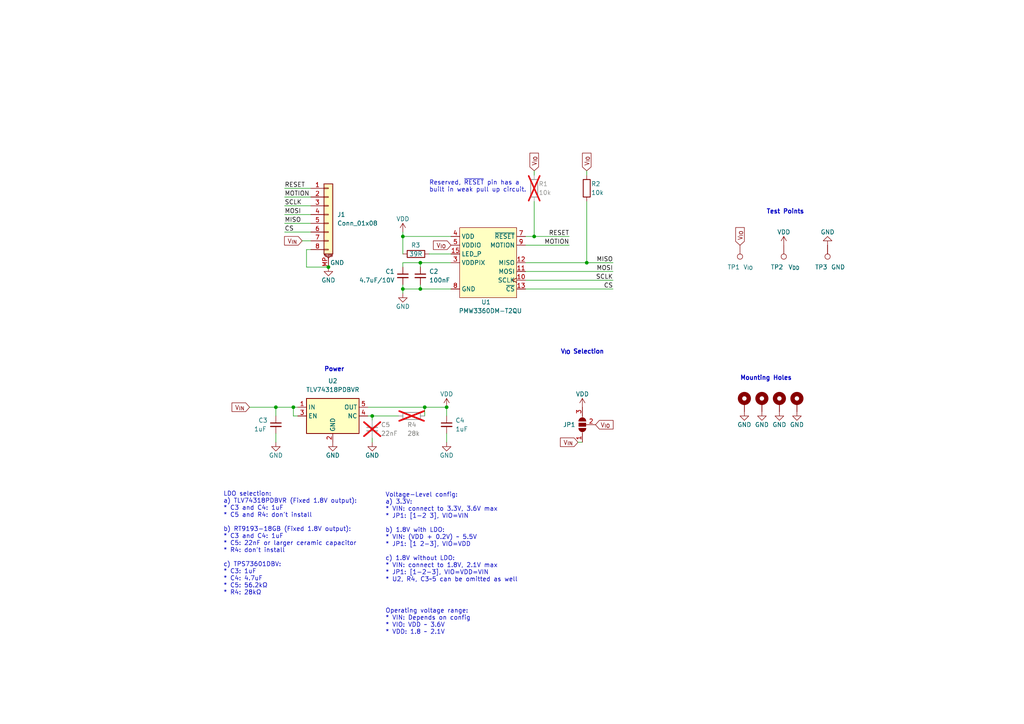
<source format=kicad_sch>
(kicad_sch (version 20231120) (generator "eeschema") (generator_version "8.0")
  (paper "A4")
  (title_block (title "PMW3360 PCB") (date "2023-12-15") (rev "J.1") (company "SideraKB") (comment 1 "Open Source Hardware, CERN-OHL-P v2") (comment 2 "PMW3360DM-T2QU optical mouse sensor breakout board") (comment 3 "JST GH 1.25mm Connector"))
  (lib_symbols
    (symbol "Connector:TestPoint" (pin_numbers hide) (pin_names (offset 0.762) hide)
      (property "Reference" "TP" (at 0 6.858 0))
      (property "Value" "TestPoint" (at 0 5.08 0))
      (symbol "TestPoint_0_1"
        (circle (center 0 3.302) (radius 0.762))
      )
      (symbol "TestPoint_1_1"
        (pin passive line (at 0 0 90) (length 2.54) (name "1") (number "1"))
      )
    )
    (symbol "Connector_Generic_MountingPin:Conn_01x08_MountingPin" (pin_names (offset 1.016) hide)
      (property "Reference" "J" (at 0 10.16 0))
      (property "Value" "Conn_01x08_MountingPin" (at 1.27 -12.7 0))
      (symbol "Conn_01x08_MountingPin_1_1"
        (rectangle (start -1.27 -10.033) (end 0 -10.287) (stroke (width 0.1524)))
        (rectangle (start -1.27 -7.493) (end 0 -7.747) (stroke (width 0.1524)))
        (rectangle (start -1.27 -4.953) (end 0 -5.207) (stroke (width 0.1524)))
        (rectangle (start -1.27 -2.413) (end 0 -2.667) (stroke (width 0.1524)))
        (rectangle (start -1.27 0.127) (end 0 -0.127) (stroke (width 0.1524)))
        (rectangle (start -1.27 2.667) (end 0 2.413) (stroke (width 0.1524)))
        (rectangle (start -1.27 5.207) (end 0 4.953) (stroke (width 0.1524)))
        (rectangle (start -1.27 7.747) (end 0 7.493) (stroke (width 0.1524)))
        (rectangle (start -1.27 8.89) (end 1.27 -11.43) (stroke (width 0.254)) (fill (type background)))
        (polyline (pts (xy -1.016 -12.192) (xy 1.016 -12.192)) (stroke (width 0.1524)))
        (text "Mounting" (at 0 -11.811 0) (effects (font (size 0.381 0.381))))
        (pin passive line (at -5.08 7.62 0) (length 3.81) (name "Pin_1") (number "1"))
        (pin passive line (at -5.08 5.08 0) (length 3.81) (name "Pin_2") (number "2"))
        (pin passive line (at -5.08 2.54 0) (length 3.81) (name "Pin_3") (number "3"))
        (pin passive line (at -5.08 0 0) (length 3.81) (name "Pin_4") (number "4"))
        (pin passive line (at -5.08 -2.54 0) (length 3.81) (name "Pin_5") (number "5"))
        (pin passive line (at -5.08 -5.08 0) (length 3.81) (name "Pin_6") (number "6"))
        (pin passive line (at -5.08 -7.62 0) (length 3.81) (name "Pin_7") (number "7"))
        (pin passive line (at -5.08 -10.16 0) (length 3.81) (name "Pin_8") (number "8"))
        (pin passive line (at 0 -15.24 90) (length 3.048) (name "MountPin") (number "MP"))
      )
    )
    (symbol "Device:C_Small" (pin_numbers hide) (pin_names (offset 0.254) hide)
      (property "Reference" "C" (at 0.254 1.778 0))
      (property "Value" "C_Small" (at 0.254 -2.032 0))
      (symbol "C_Small_0_1"
        (polyline (pts (xy -1.524 -0.508) (xy 1.524 -0.508)) (stroke (width 0.3302)))
        (polyline (pts (xy -1.524 0.508) (xy 1.524 0.508)) (stroke (width 0.3048)))
      )
      (symbol "C_Small_1_1"
        (pin passive line (at 0 2.54 270) (length 2.032) (name "~") (number "1"))
        (pin passive line (at 0 -2.54 90) (length 2.032) (name "~") (number "2"))
      )
    )
    (symbol "Device:R" (pin_numbers hide) (pin_names (offset 0))
      (property "Reference" "R" (at 2.032 0 90))
      (property "Value" "R" (at 0 0 90))
      (symbol "R_0_1"
        (rectangle (start -1.016 -2.54) (end 1.016 2.54) (stroke (width 0.254)))
      )
      (symbol "R_1_1"
        (pin passive line (at 0 3.81 270) (length 1.27) (name "~") (number "1"))
        (pin passive line (at 0 -3.81 90) (length 1.27) (name "~") (number "2"))
      )
    )
    (symbol "Jumper:SolderJumper_3_Open" (pin_names (offset 0) hide)
      (property "Reference" "JP" (at -2.54 -2.54 0))
      (property "Value" "SolderJumper_3_Open" (at 0 2.794 0))
      (symbol "SolderJumper_3_Open_0_1"
        (arc (start -1.016 1.016) (mid -2.0276 0) (end -1.016 -1.016))
        (arc (start -1.016 1.016) (mid -2.0276 0) (end -1.016 -1.016) (fill (type outline)))
        (rectangle (start -0.508 1.016) (end 0.508 -1.016) (fill (type outline)))
        (polyline (pts (xy -2.54 0) (xy -2.032 0)))
        (polyline (pts (xy -1.016 1.016) (xy -1.016 -1.016)))
        (polyline (pts (xy 0 -1.27) (xy 0 -1.016)))
        (polyline (pts (xy 1.016 1.016) (xy 1.016 -1.016)))
        (polyline (pts (xy 2.54 0) (xy 2.032 0)))
        (arc (start 1.016 -1.016) (mid 2.0276 0) (end 1.016 1.016))
        (arc (start 1.016 -1.016) (mid 2.0276 0) (end 1.016 1.016) (fill (type outline)))
      )
      (symbol "SolderJumper_3_Open_1_1"
        (pin passive line (at -5.08 0 0) (length 2.54) (name "A") (number "1"))
        (pin passive line (at 0 -3.81 90) (length 2.54) (name "C") (number "2"))
        (pin passive line (at 5.08 0 180) (length 2.54) (name "B") (number "3"))
      )
    )
    (symbol "Mechanical:MountingHole_Pad" (pin_numbers hide) (pin_names (offset 1.016) hide)
      (property "Reference" "H" (at 0 6.35 0))
      (property "Value" "MountingHole_Pad" (at 0 4.445 0))
      (symbol "MountingHole_Pad_0_1"
        (circle (center 0 1.27) (radius 1.27) (stroke (width 1.27)))
      )
      (symbol "MountingHole_Pad_1_1"
        (pin input line (at 0 -2.54 90) (length 2.54) (name "1") (number "1"))
      )
    )
    (symbol "PMW3360_PCB:PMW3360DM-T2QU"
      (property "Reference" "U?" (at -6.35 -13.97 0))
      (property "Value" "PMW3360DM-T2QU" (at 1.27 -11.43 0))
      (symbol "PMW3360DM-T2QU_0_1"
        (rectangle (start -7.62 10.16) (end 8.89 -10.16) (fill (type background)))
      )
      (symbol "PMW3360DM-T2QU_1_1"
        (pin no_connect line (at -1.27 13.97 180) (length 2.54) hide (name "NC") (number "1"))
        (pin input clock (at 11.43 -5.08 180) (length 2.54) (name "SCLK") (number "10"))
        (pin input line (at 11.43 -2.54 180) (length 2.54) (name "MOSI") (number "11"))
        (pin output line (at 11.43 0 180) (length 2.54) (name "MISO") (number "12"))
        (pin input line (at 11.43 -7.62 180) (length 2.54) (name "~{CS}") (number "13"))
        (pin no_connect inverted (at -1.27 19.05 180) (length 2.54) hide (name "NC") (number "14"))
        (pin power_in line (at -10.16 2.54 0) (length 2.54) (name "LED_P") (number "15"))
        (pin no_connect line (at -1.27 21.59 180) (length 2.54) hide (name "NC") (number "16"))
        (pin no_connect line (at -1.27 16.51 180) (length 2.54) hide (name "NC") (number "2"))
        (pin power_out line (at -10.16 0 0) (length 2.54) (name "VDDPIX") (number "3"))
        (pin power_in line (at -10.16 7.62 0) (length 2.54) (name "VDD") (number "4"))
        (pin power_in line (at -10.16 5.08 0) (length 2.54) (name "VDDIO") (number "5"))
        (pin no_connect line (at -1.27 11.43 180) (length 2.54) hide (name "NC") (number "6"))
        (pin input line (at 11.43 7.62 180) (length 2.54) (name "~{RESET}") (number "7"))
        (pin power_in line (at -10.16 -7.62 0) (length 2.54) (name "GND") (number "8"))
        (pin output line (at 11.43 5.08 180) (length 2.54) (name "MOTION") (number "9"))
      )
    )
    (symbol "PMW3360_PCB:TLV74318PDBVR"
      (property "Reference" "U" (at 0 8.89 0))
      (property "Value" "TLV74318PDBVR" (at 0 6.35 0))
      (symbol "TLV74318PDBVR_0_1"
        (rectangle (start -7.62 5.08) (end 7.62 -5.08) (stroke (width 0.254)) (fill (type background)))
      )
      (symbol "TLV74318PDBVR_1_1"
        (pin power_in line (at -10.16 2.54 0) (length 2.54) (name "IN") (number "1"))
        (pin power_in line (at 0 -7.62 90) (length 2.54) (name "GND") (number "2"))
        (pin input line (at -10.16 0 0) (length 2.54) (name "EN") (number "3"))
        (pin output line (at 10.16 0 180) (length 2.54) (name "NC") (number "4"))
        (pin power_out line (at 10.16 2.54 180) (length 2.54) (name "OUT") (number "5"))
      )
    )
    (symbol "power:GND" (power) (pin_names (offset 0))
      (property "Value" "GND" (at 0 -3.81 0))
      (symbol "GND_0_1"
        (polyline (pts (xy 0 0) (xy 0 -1.27) (xy 1.27 -1.27) (xy 0 -2.54) (xy -1.27 -1.27) (xy 0 -1.27)))
      )
      (symbol "GND_1_1"
        (pin power_in line (at 0 0 270) (length 0) hide (name "GND") (number "1"))
      )
    )
    (symbol "power:VDD" (power) (pin_names (offset 0))
      (property "Value" "VDD" (at 0 3.81 0))
      (symbol "VDD_0_1"
        (polyline (pts (xy -0.762 1.27) (xy 0 2.54)))
        (polyline (pts (xy 0 0) (xy 0 2.54)))
        (polyline (pts (xy 0 2.54) (xy 0.762 1.27)))
      )
      (symbol "VDD_1_1"
        (pin power_in line (at 0 0 90) (length 0) hide (name "VDD") (number "1"))
      )
    )
  )
  (junction (at 80.01 118.11))
  (junction (at 129.54 118.11))
  (junction (at 154.94 68.58))
  (junction (at 116.84 83.82))
  (junction (at 107.95 120.65))
  (junction (at 121.92 76.2))
  (junction (at 121.92 83.82))
  (junction (at 123.19 118.11))
  (junction (at 85.09 118.11))
  (junction (at 95.25 77.47))
  (junction (at 116.84 68.58))
  (junction (at 170.18 76.2))
  (wire (pts (xy 106.68 118.11) (xy 123.19 118.11)))
  (wire (pts (xy 170.18 50.8) (xy 170.18 49.53)))
  (wire (pts (xy 82.55 54.61) (xy 90.17 54.61)))
  (wire (pts (xy 72.39 118.11) (xy 80.01 118.11)))
  (wire (pts (xy 152.4 76.2) (xy 170.18 76.2)))
  (wire (pts (xy 170.18 76.2) (xy 177.8 76.2)))
  (wire (pts (xy 107.95 120.65) (xy 107.95 121.92)))
  (wire (pts (xy 154.94 68.58) (xy 165.1 68.58)))
  (wire (pts (xy 154.94 58.42) (xy 154.94 68.58)))
  (wire (pts (xy 80.01 118.11) (xy 85.09 118.11)))
  (wire (pts (xy 121.92 76.2) (xy 130.81 76.2)))
  (wire (pts (xy 116.84 68.58) (xy 116.84 73.66)))
  (wire (pts (xy 80.01 120.65) (xy 80.01 118.11)))
  (wire (pts (xy 85.09 118.11) (xy 86.36 118.11)))
  (wire (pts (xy 80.01 128.27) (xy 80.01 125.73)))
  (wire (pts (xy 116.84 68.58) (xy 130.81 68.58)))
  (wire (pts (xy 88.9 77.47) (xy 95.25 77.47)))
  (wire (pts (xy 82.55 64.77) (xy 90.17 64.77)))
  (wire (pts (xy 167.64 128.27) (xy 168.91 128.27)))
  (wire (pts (xy 154.94 50.8) (xy 154.94 49.53)))
  (wire (pts (xy 116.84 67.31) (xy 116.84 68.58)))
  (wire (pts (xy 116.84 76.2) (xy 121.92 76.2)))
  (wire (pts (xy 87.63 69.85) (xy 90.17 69.85)))
  (wire (pts (xy 170.18 58.42) (xy 170.18 76.2)))
  (wire (pts (xy 107.95 120.65) (xy 115.57 120.65)))
  (wire (pts (xy 152.4 83.82) (xy 177.8 83.82)))
  (wire (pts (xy 86.36 120.65) (xy 85.09 120.65)))
  (wire (pts (xy 121.92 82.55) (xy 121.92 83.82)))
  (wire (pts (xy 152.4 68.58) (xy 154.94 68.58)))
  (wire (pts (xy 152.4 71.12) (xy 165.1 71.12)))
  (wire (pts (xy 121.92 77.47) (xy 121.92 76.2)))
  (wire (pts (xy 129.54 128.27) (xy 129.54 125.73)))
  (wire (pts (xy 85.09 118.11) (xy 85.09 120.65)))
  (wire (pts (xy 152.4 81.28) (xy 177.8 81.28)))
  (wire (pts (xy 129.54 120.65) (xy 129.54 118.11)))
  (wire (pts (xy 107.95 127) (xy 107.95 128.27)))
  (wire (pts (xy 124.46 73.66) (xy 130.81 73.66)))
  (wire (pts (xy 82.55 62.23) (xy 90.17 62.23)))
  (wire (pts (xy 106.68 120.65) (xy 107.95 120.65)))
  (wire (pts (xy 88.9 72.39) (xy 90.17 72.39)))
  (wire (pts (xy 116.84 83.82) (xy 116.84 82.55)))
  (wire (pts (xy 116.84 83.82) (xy 121.92 83.82)))
  (wire (pts (xy 121.92 83.82) (xy 130.81 83.82)))
  (wire (pts (xy 82.55 59.69) (xy 90.17 59.69)))
  (wire (pts (xy 123.19 118.11) (xy 129.54 118.11)))
  (wire (pts (xy 88.9 72.39) (xy 88.9 77.47)))
  (wire (pts (xy 123.19 118.11) (xy 123.19 120.65)))
  (wire (pts (xy 82.55 57.15) (xy 90.17 57.15)))
  (wire (pts (xy 82.55 67.31) (xy 90.17 67.31)))
  (wire (pts (xy 116.84 83.82) (xy 116.84 85.09)))
  (wire (pts (xy 116.84 76.2) (xy 116.84 77.47)))
  (wire (pts (xy 152.4 78.74) (xy 177.8 78.74)))
  (text "Mounting Holes" (at 214.63 110.49 0) (effects (font (size 1.27 1.27) (thickness 0.254) (bold yes)) (justify left bottom)))
  (text "Test Points" (at 222.25 62.23 0) (effects (font (size 1.27 1.27) (thickness 0.254) (bold yes)) (justify left bottom)))
  (text "V_{IO} Selection" (at 162.56 102.87 0) (effects (font (size 1.27 1.27) (thickness 0.254) (bold yes)) (justify left bottom)))
  (text "LDO selection:\na) TLV74318PDBVR (Fixed 1.8V output):\n* C3 and C4: 1uF\n* C5 and R4: don't install\n\nb) RT9193-18GB (Fixed 1.8V output):\n* C3 and C4: 1uF\n* C5: 22nF or larger ceramic capacitor\n* R4: don't install\n\nc) TPS73601DBV:\n* C3: 1uF\n* C4: 4.7uF\n* C5: 56.2kΩ\n* R4: 28kΩ" (at 64.77 172.72 0) (effects (font (size 1.27 1.27)) (justify left bottom)))
  (text "Operating voltage range:\n* VIN: Depends on config\n* VIO: VDD ~ 3.6V\n* VDD: 1.8 ~ 2.1V" (at 111.76 184.15 0) (effects (font (size 1.27 1.27)) (justify left bottom)))
  (text "Power" (at 93.98 107.95 0) (effects (font (size 1.27 1.27) (thickness 0.254) (bold yes)) (justify left bottom)))
  (text "Reserved, ~{RESET} pin has a \nbuilt in weak pull up circuit." (at 124.46 55.88 0) (effects (font (size 1.27 1.27)) (justify left bottom)))
  (text "Voltage-Level config:\na) 3.3V:\n* VIN: connect to 3.3V, 3.6V max\n* JP1: [1-2 3], VIO=VIN\n\nb) 1.8V with LDO:\n* VIN: (VDD + 0.2V) ~ 5.5V\n* JP1: [1 2-3], VIO=VDD\n\nc) 1.8V without LDO:\n* VIN: connect to 1.8V, 2.1V max\n* JP1: [1-2-3], VIO=VDD=VIN\n* U2, R4, C3~5 can be omitted as well\n" (at 111.76 168.91 0) (effects (font (size 1.27 1.27)) (justify left bottom)))
  (label "CS" (at 82.55 67.31 0))
  (label "MISO" (at 82.55 64.77 0))
  (label "MOSI" (at 177.8 78.74 180))
  (label "MOTION" (at 82.55 57.15 0))
  (label "MISO" (at 177.8 76.2 180))
  (label "SCLK" (at 82.55 59.69 0))
  (label "SCLK" (at 177.8 81.28 180))
  (label "MOTION" (at 165.1 71.12 180))
  (label "CS" (at 177.8 83.82 180))
  (label "RESET" (at 165.1 68.58 180))
  (label "MOSI" (at 82.55 62.23 0))
  (label "RESET" (at 82.55 54.61 0))
  (global_label "V_{IO}" (shape input) (at 214.63 71.12 90) (property "Intersheetrefs" "${INTERSHEET_REFS}" (effects (hide yes))))
  (global_label "V_{IO}" (shape input) (at 170.18 49.53 90) (property "Intersheetrefs" "${INTERSHEET_REFS}" (effects (hide yes))))
  (global_label "V_{IN}" (shape input) (at 72.39 118.11 180) (property "Intersheetrefs" "${INTERSHEET_REFS}" (effects (hide yes))))
  (global_label "V_{IO}" (shape input) (at 172.72 123.19 0) (property "Intersheetrefs" "${INTERSHEET_REFS}" (effects (hide yes))))
  (global_label "V_{IO}" (shape input) (at 130.81 71.12 180) (property "Intersheetrefs" "${INTERSHEET_REFS}" (effects (hide yes))))
  (global_label "V_{IN}" (shape input) (at 87.63 69.85 180) (property "Intersheetrefs" "${INTERSHEET_REFS}" (effects (hide yes))))
  (global_label "V_{IN}" (shape input) (at 167.64 128.27 180) (property "Intersheetrefs" "${INTERSHEET_REFS}" (effects (hide yes))))
  (global_label "V_{IO}" (shape input) (at 154.94 49.53 90) (property "Intersheetrefs" "${INTERSHEET_REFS}" (effects (hide yes))))
  (symbol (lib_id "power:GND") (at 231.14 119.38 0) (unit 1)
    (property "Reference" "#PWR011" (effects (hide yes)))
    (property "Value" "GND" (at 231.14 123.19 0))
  )
  (symbol (lib_id "power:GND") (at 129.54 128.27 0) (unit 1)
    (property "Reference" "#PWR015" (effects (hide yes)))
    (property "Value" "GND" (at 129.54 132.08 0))
  )
  (symbol (lib_id "Connector:TestPoint") (at 227.33 71.12 180) (unit 1)
    (property "Reference" "TP2" (at 223.52 77.47 0) (effects (justify right)))
    (property "Value" "V_{DD}" (at 228.6 77.47 0) (effects (justify right)))
    (property "Footprint" "TestPoint:TestPoint_Pad_D1.0mm" (effects (hide yes)))
  )
  (symbol (lib_id "power:VDD") (at 129.54 118.11 0) (unit 1)
    (property "Reference" "#PWR06" (effects (hide yes)))
    (property "Value" "VDD" (at 129.54 114.3 0))
  )
  (symbol (lib_id "power:VDD") (at 116.84 67.31 0) (unit 1)
    (property "Reference" "#PWR01" (effects (hide yes)))
    (property "Value" "VDD" (at 116.84 63.5 0))
  )
  (symbol (lib_id "Device:R") (at 119.38 120.65 270) (unit 1) (dnp yes)
    (property "Reference" "R4" (at 118.11 123.19 90) (effects (justify left)))
    (property "Value" "28k" (at 118.11 125.73 90) (effects (justify left)))
    (property "Footprint" "Resistor_SMD:R_0603_1608Metric_Pad0.98x0.95mm_HandSolder" (effects (hide yes)))
  )
  (symbol (lib_id "Mechanical:MountingHole_Pad") (at 220.98 116.84 0) (unit 1) (in_bom no)
    (property "Reference" "H2" (effects (hide yes)))
    (property "Value" "MountingHole_Pad" (effects (hide yes)))
    (property "Footprint" "MountingHole:MountingHole_2.2mm_M2_ISO14580_Pad" (effects (hide yes)))
  )
  (symbol (lib_id "Device:C_Small") (at 129.54 123.19 0) (unit 1)
    (property "Reference" "C4" (at 132.08 121.9263 0) (effects (justify left)))
    (property "Value" "1uF" (at 132.08 124.4663 0) (effects (justify left)))
    (property "Footprint" "Capacitor_SMD:C_0603_1608Metric_Pad1.08x0.95mm_HandSolder" (effects (hide yes)))
  )
  (symbol (lib_id "Mechanical:MountingHole_Pad") (at 215.9 116.84 0) (unit 1) (in_bom no)
    (property "Reference" "H1" (effects (hide yes)))
    (property "Value" "MountingHole_Pad" (effects (hide yes)))
    (property "Footprint" "MountingHole:MountingHole_2.2mm_M2_ISO14580_Pad" (effects (hide yes)))
  )
  (symbol (lib_id "Device:R") (at 120.65 73.66 90) (unit 1)
    (property "Reference" "R3" (at 121.92 71.12 90) (effects (justify left)))
    (property "Value" "39R" (at 122.555 73.66 90) (effects (justify left)))
    (property "Footprint" "Resistor_SMD:R_0603_1608Metric_Pad0.98x0.95mm_HandSolder" (effects (hide yes)))
  )
  (symbol (lib_id "power:GND") (at 95.25 72.39 0) (unit 1)
    (property "Reference" "#PWR04" (effects (hide yes)))
    (property "Value" "GND" (at 97.79 76.2 0))
  )
  (symbol (lib_id "power:GND") (at 116.84 85.09 0) (unit 1)
    (property "Reference" "#PWR05" (effects (hide yes)))
    (property "Value" "GND" (at 116.84 88.9 0))
  )
  (symbol (lib_id "Device:C_Small") (at 116.84 80.01 0) (unit 1)
    (property "Reference" "C1" (at 111.76 78.74 0) (effects (justify left)))
    (property "Value" "4.7uF/10V" (at 104.14 81.28 0) (effects (justify left)))
    (property "Footprint" "Capacitor_SMD:C_0603_1608Metric_Pad1.08x0.95mm_HandSolder" (effects (hide yes)))
  )
  (symbol (lib_id "Connector_Generic_MountingPin:Conn_01x08_MountingPin") (at 95.25 62.23 0) (unit 1)
    (property "Reference" "J1" (at 97.79 62.23 0) (effects (justify left)))
    (property "Value" "Conn_01x08" (at 97.79 64.7699 0) (effects (justify left)))
    (property "Footprint" "Connector_JST:JST_SH_SM08B-SRSS-TB_1x08-1MP_P1.00mm_Horizontal" (effects (hide yes)))
    (property "Description" "Generic connectable mounting pin connector, single row, 01x08, script generated (kicad-library-utils/schlib/autogen/connector/)" (effects (hide yes)))
  )
  (symbol (lib_id "power:GND") (at 226.06 119.38 0) (unit 1)
    (property "Reference" "#PWR010" (effects (hide yes)))
    (property "Value" "GND" (at 226.06 123.19 0))
  )
  (symbol (lib_id "Device:C_Small") (at 107.95 124.46 0) (mirror y) (unit 1) (dnp yes)
    (property "Reference" "C5" (at 110.49 123.19 0) (effects (justify right)))
    (property "Value" "22nF" (at 110.49 125.73 0) (effects (justify right)))
    (property "Footprint" "Capacitor_SMD:C_0603_1608Metric_Pad1.08x0.95mm_HandSolder" (effects (hide yes)))
    (property "LCSC" "C21122" (effects (hide yes)))
    (property "Mfr. #" "CL10B223KB8NNNC" (effects (hide yes)))
  )
  (symbol (lib_id "power:GND") (at 240.03 71.12 180) (unit 1)
    (property "Reference" "#PWR03" (effects (hide yes)))
    (property "Value" "GND" (at 240.03 67.31 0))
  )
  (symbol (lib_id "Mechanical:MountingHole_Pad") (at 231.14 116.84 0) (unit 1) (in_bom no)
    (property "Reference" "H4" (effects (hide yes)))
    (property "Value" "MountingHole_Pad" (effects (hide yes)))
    (property "Footprint" "MountingHole:MountingHole_2.2mm_M2_ISO14580_Pad" (effects (hide yes)))
  )
  (symbol (lib_id "power:GND") (at 215.9 119.38 0) (unit 1)
    (property "Reference" "#PWR08" (effects (hide yes)))
    (property "Value" "GND" (at 215.9 123.19 0))
  )
  (symbol (lib_id "PMW3360_PCB:PMW3360DM-T2QU") (at 140.97 76.2 0) (unit 1)
    (property "Reference" "U1" (at 140.97 87.63 0))
    (property "Value" "PMW3360DM-T2QU" (at 142.24 90.17 0))
    (property "Footprint" "PMW3360_PCB:PMW3360DM-T2QU 16Pin" (effects (hide yes)))
    (property "Datasheet" "https://www.pixart.com/products-detail/tw/10/PMW3360DM-T2QU" (effects (hide yes)))
  )
  (symbol (lib_id "power:GND") (at 220.98 119.38 0) (unit 1)
    (property "Reference" "#PWR09" (effects (hide yes)))
    (property "Value" "GND" (at 220.98 123.19 0))
  )
  (symbol (lib_id "power:VDD") (at 227.33 71.12 0) (unit 1)
    (property "Reference" "#PWR02" (effects (hide yes)))
    (property "Value" "VDD" (at 227.33 67.31 0))
  )
  (symbol (lib_id "Device:C_Small") (at 80.01 123.19 0) (unit 1)
    (property "Reference" "C3" (at 74.93 121.92 0) (effects (justify left)))
    (property "Value" "1uF" (at 73.66 124.46 0) (effects (justify left)))
    (property "Footprint" "Capacitor_SMD:C_0603_1608Metric_Pad1.08x0.95mm_HandSolder" (effects (hide yes)))
  )
  (symbol (lib_id "Device:R") (at 154.94 54.61 0) (unit 1) (dnp yes)
    (property "Reference" "R1" (at 156.21 53.34 0) (effects (justify left)))
    (property "Value" "10k" (at 156.21 55.88 0) (effects (justify left)))
    (property "Footprint" "Resistor_SMD:R_0603_1608Metric_Pad0.98x0.95mm_HandSolder" (effects (hide yes)))
  )
  (symbol (lib_id "Device:C_Small") (at 121.92 80.01 0) (unit 1)
    (property "Reference" "C2" (at 124.46 78.74 0) (effects (justify left)))
    (property "Value" "100nF" (at 124.46 81.28 0) (effects (justify left)))
    (property "Footprint" "Capacitor_SMD:C_0603_1608Metric_Pad1.08x0.95mm_HandSolder" (effects (hide yes)))
  )
  (symbol (lib_id "Connector:TestPoint") (at 240.03 71.12 180) (unit 1)
    (property "Reference" "TP3" (at 240.03 77.47 0) (effects (justify left)))
    (property "Value" "GND" (at 245.11 77.47 0) (effects (justify left)))
    (property "Footprint" "TestPoint:TestPoint_Pad_D1.0mm" (effects (hide yes)))
  )
  (symbol (lib_id "Device:R") (at 170.18 54.61 0) (unit 1)
    (property "Reference" "R2" (at 171.45 53.34 0) (effects (justify left)))
    (property "Value" "10k" (at 171.45 55.88 0) (effects (justify left)))
    (property "Footprint" "Resistor_SMD:R_0603_1608Metric_Pad0.98x0.95mm_HandSolder" (effects (hide yes)))
  )
  (symbol (lib_id "power:GND") (at 80.01 128.27 0) (unit 1)
    (property "Reference" "#PWR012" (effects (hide yes)))
    (property "Value" "GND" (at 80.01 132.08 0))
  )
  (symbol (lib_id "power:GND") (at 107.95 128.27 0) (unit 1)
    (property "Reference" "#PWR014" (effects (hide yes)))
    (property "Value" "GND" (at 107.95 132.08 0))
  )
  (symbol (lib_id "Jumper:SolderJumper_3_Open") (at 168.91 123.19 90) (unit 1)
    (property "Reference" "JP1" (at 165.1 123.19 90))
    (property "Value" "SolderJumper_3_Open" (effects (hide yes)))
    (property "Footprint" "Jumper:SolderJumper-3_P1.3mm_Open_RoundedPad1.0x1.5mm_NumberLabels" (effects (hide yes)))
  )
  (symbol (lib_id "power:GND") (at 95.25 77.47 0) (unit 1)
    (property "Reference" "#PWR016" (effects (hide yes)))
    (property "Value" "GND" (at 95.25 81.28 0))
  )
  (symbol (lib_id "power:GND") (at 96.52 128.27 0) (unit 1)
    (property "Reference" "#PWR013" (effects (hide yes)))
    (property "Value" "GND" (at 96.52 132.08 0))
  )
  (symbol (lib_id "PMW3360_PCB:TLV74318PDBVR") (at 96.52 120.65 0) (unit 1)
    (property "Reference" "U2" (at 96.52 110.49 0))
    (property "Value" "TLV74318PDBVR" (at 96.52 113.03 0))
    (property "Footprint" "Package_TO_SOT_SMD:SOT-23-5" (effects (hide yes)))
    (property "LCSC" "C485152" (effects (hide yes)))
    (property "Mfr. #" "TLV74318PDBVR" (effects (hide yes)))
  )
  (symbol (lib_id "Mechanical:MountingHole_Pad") (at 226.06 116.84 0) (unit 1) (in_bom no)
    (property "Reference" "H3" (effects (hide yes)))
    (property "Value" "MountingHole_Pad" (effects (hide yes)))
    (property "Footprint" "MountingHole:MountingHole_2.2mm_M2_ISO14580_Pad" (effects (hide yes)))
  )
  (symbol (lib_id "power:VDD") (at 168.91 118.11 0) (unit 1)
    (property "Reference" "#PWR07" (effects (hide yes)))
    (property "Value" "VDD" (at 168.91 114.3 0))
  )
  (symbol (lib_id "Connector:TestPoint") (at 214.63 71.12 180) (unit 1)
    (property "Reference" "TP1" (at 214.63 77.47 0) (effects (justify left)))
    (property "Value" "V_{IO}" (at 218.44 77.47 0) (effects (justify left)))
    (property "Footprint" "TestPoint:TestPoint_Pad_D1.0mm" (effects (hide yes)))
  )
)
</source>
